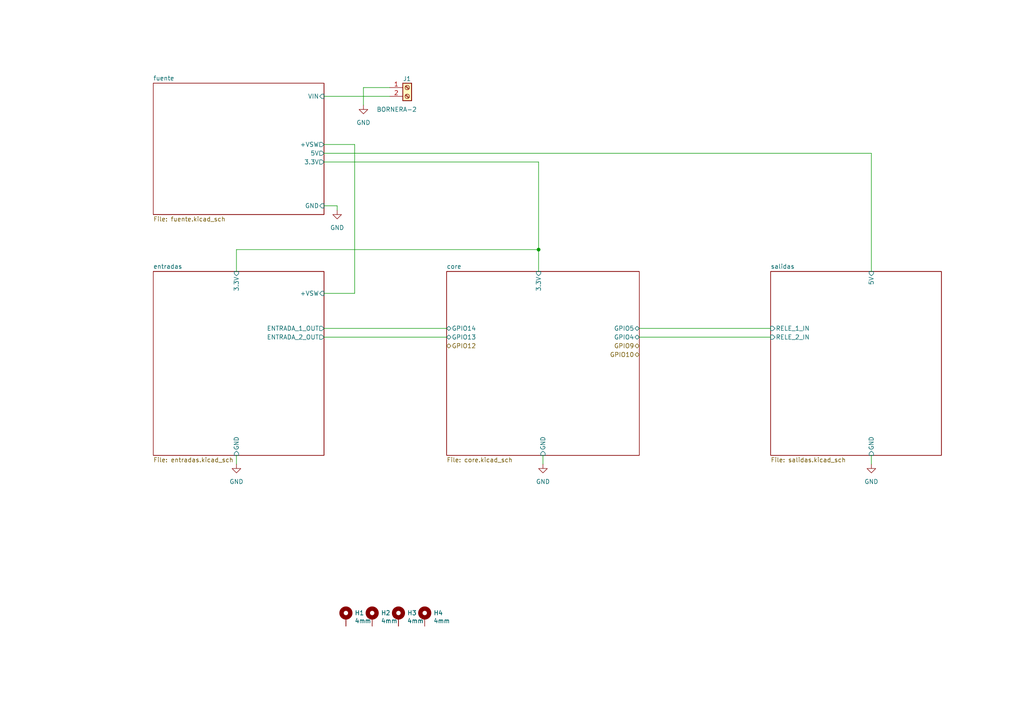
<source format=kicad_sch>
(kicad_sch (version 20211123) (generator eeschema)
  (paper "A4")
  (lib_symbols
    (symbol "Connector:Screw_Terminal_01x02" (pin_names (offset 1.016) hide)
      (property "Reference" "J" (at 0 2.54 0))
      (property "Value" "Screw_Terminal_01x02" (at 0 -5.08 0))
      (symbol "Screw_Terminal_01x02_1_1"
        (rectangle (start -1.27 1.27) (end 1.27 -3.81) (stroke (width 0.254)) (fill (type background)))
        (circle (center 0 -2.54) (radius 0.635) (stroke (width 0.1524)))
        (polyline (pts (xy -0.5334 -2.2098) (xy 0.3302 -3.048)) (stroke (width 0.1524)))
        (polyline (pts (xy -0.5334 0.3302) (xy 0.3302 -0.508)) (stroke (width 0.1524)))
        (polyline (pts (xy -0.3556 -2.032) (xy 0.508 -2.8702)) (stroke (width 0.1524)))
        (polyline (pts (xy -0.3556 0.508) (xy 0.508 -0.3302)) (stroke (width 0.1524)))
        (circle (center 0 0) (radius 0.635) (stroke (width 0.1524)))
        (pin passive line (at -5.08 0 0) (length 3.81) (name "Pin_1") (number "1"))
        (pin passive line (at -5.08 -2.54 0) (length 3.81) (name "Pin_2") (number "2"))
      )
    )
    (symbol "Mechanical:MountingHole_Pad" (pin_numbers hide) (pin_names (offset 1.016) hide)
      (property "Reference" "H" (at 0 6.35 0))
      (property "Value" "MountingHole_Pad" (at 0 4.445 0))
      (symbol "MountingHole_Pad_0_1"
        (circle (center 0 1.27) (radius 1.27) (stroke (width 1.27)))
      )
      (symbol "MountingHole_Pad_1_1"
        (pin input line (at 0 -2.54 90) (length 2.54) (name "1") (number "1"))
      )
    )
    (symbol "power:GND" (power) (pin_names (offset 0))
      (property "Value" "GND" (at 0 -3.81 0))
      (symbol "GND_0_1"
        (polyline (pts (xy 0 0) (xy 0 -1.27) (xy 1.27 -1.27) (xy 0 -2.54) (xy -1.27 -1.27) (xy 0 -1.27)))
      )
      (symbol "GND_1_1"
        (pin power_in line (at 0 0 270) (length 0) hide (name "GND") (number "1"))
      )
    )
  )
  (junction (at 156.21 72.39))
  (wire (pts (xy 156.21 46.99) (xy 156.21 72.39)))
  (wire (pts (xy 157.48 132.08) (xy 157.48 134.62)))
  (wire (pts (xy 93.98 97.79) (xy 129.54 97.79)))
  (wire (pts (xy 252.73 44.45) (xy 252.73 78.74)))
  (wire (pts (xy 93.98 27.94) (xy 113.03 27.94)))
  (wire (pts (xy 102.87 85.09) (xy 102.87 41.91)))
  (wire (pts (xy 185.42 97.79) (xy 223.52 97.79)))
  (wire (pts (xy 93.98 44.45) (xy 252.73 44.45)))
  (wire (pts (xy 105.41 25.4) (xy 113.03 25.4)))
  (wire (pts (xy 252.73 132.08) (xy 252.73 134.62)))
  (wire (pts (xy 93.98 85.09) (xy 102.87 85.09)))
  (wire (pts (xy 68.58 132.08) (xy 68.58 134.62)))
  (wire (pts (xy 185.42 95.25) (xy 223.52 95.25)))
  (wire (pts (xy 156.21 72.39) (xy 156.21 78.74)))
  (wire (pts (xy 97.79 59.69) (xy 93.98 59.69)))
  (wire (pts (xy 68.58 78.74) (xy 68.58 72.39)))
  (wire (pts (xy 105.41 30.48) (xy 105.41 25.4)))
  (wire (pts (xy 102.87 41.91) (xy 93.98 41.91)))
  (wire (pts (xy 93.98 95.25) (xy 129.54 95.25)))
  (wire (pts (xy 93.98 46.99) (xy 156.21 46.99)))
  (wire (pts (xy 68.58 72.39) (xy 156.21 72.39)))
  (wire (pts (xy 97.79 60.96) (xy 97.79 59.69)))
  (hierarchical_label "GPIO12" (shape bidirectional) (at 129.54 100.33 0))
  (hierarchical_label "GPIO10" (shape bidirectional) (at 185.42 102.87 180))
  (hierarchical_label "GPIO9" (shape bidirectional) (at 185.42 100.33 180))
  (symbol (lib_id "power:GND") (at 252.73 134.62 0) (unit 1)
    (property "Reference" "#PWR05" (effects hide))
    (property "Value" "GND" (at 252.73 139.7 0))
  )
  (symbol (lib_id "Mechanical:MountingHole_Pad") (at 100.33 179.07 0) (unit 1)
    (property "Reference" "H1" (at 102.87 177.7746 0) (effects (justify left)))
    (property "Value" "4mm" (at 102.87 180.086 0) (effects (justify left)))
    (property "Footprint" "MountingHole:MountingHole_4mm_Pad" (effects hide))
  )
  (symbol (lib_id "power:GND") (at 97.79 60.96 0) (unit 1)
    (property "Reference" "#PWR02" (effects hide))
    (property "Value" "GND" (at 97.79 66.04 0))
  )
  (symbol (lib_id "Mechanical:MountingHole_Pad") (at 123.19 179.07 0) (unit 1)
    (property "Reference" "H4" (at 125.73 177.7746 0) (effects (justify left)))
    (property "Value" "4mm" (at 125.73 180.086 0) (effects (justify left)))
    (property "Footprint" "MountingHole:MountingHole_4mm_Pad" (effects hide))
  )
  (symbol (lib_id "Mechanical:MountingHole_Pad") (at 107.95 179.07 0) (unit 1)
    (property "Reference" "H2" (at 110.49 177.7746 0) (effects (justify left)))
    (property "Value" "4mm" (at 110.49 180.086 0) (effects (justify left)))
    (property "Footprint" "MountingHole:MountingHole_4mm_Pad" (effects hide))
  )
  (symbol (lib_id "power:GND") (at 68.58 134.62 0) (unit 1)
    (property "Reference" "#PWR03" (effects hide))
    (property "Value" "GND" (at 68.58 139.7 0))
  )
  (symbol (lib_id "power:GND") (at 157.48 134.62 0) (unit 1)
    (property "Reference" "#PWR04" (effects hide))
    (property "Value" "GND" (at 157.48 139.7 0))
  )
  (symbol (lib_id "power:GND") (at 105.41 30.48 0) (unit 1)
    (property "Reference" "#PWR01" (effects hide))
    (property "Value" "GND" (at 105.41 35.56 0))
  )
  (symbol (lib_id "Mechanical:MountingHole_Pad") (at 115.57 179.07 0) (unit 1)
    (property "Reference" "H3" (at 118.11 177.7746 0) (effects (justify left)))
    (property "Value" "4mm" (at 118.11 180.086 0) (effects (justify left)))
    (property "Footprint" "MountingHole:MountingHole_4mm_Pad" (effects hide))
  )
  (symbol (lib_id "Connector:Screw_Terminal_01x02") (at 118.11 25.4 0) (unit 1)
    (property "Reference" "J1" (at 116.84 22.86 0) (effects (justify left)))
    (property "Value" "BORNERA-2" (at 109.22 31.75 0) (effects (justify left)))
    (property "Footprint" "TerminalBlock_Phoenix:TerminalBlock_Phoenix_MKDS-1,5-2-5.08_1x02_P5.08mm_Horizontal" (effects hide))
  )
  (sheet (at 223.52 78.74) (size 49.53 53.34) (stroke (width 0.1524))
    (property "Sheet name" "salidas" (at 223.52 78.0284 0) (effects (justify left bottom)))
    (property "Sheet file" "salidas.kicad_sch" (at 223.52 132.6646 0) (effects (justify left top)))
    (pin "5V" input (at 252.73 78.74 90))
    (pin "GND" input (at 252.73 132.08 270))
    (pin "RELE_1_IN" input (at 223.52 95.25 180))
    (pin "RELE_2_IN" input (at 223.52 97.79 180))
  )
  (sheet (at 129.54 78.74) (size 55.88 53.34) (stroke (width 0.1524))
    (property "Sheet name" "core" (at 129.54 78.0284 0) (effects (justify left bottom)))
    (property "Sheet file" "core.kicad_sch" (at 129.54 132.6646 0) (effects (justify left top)))
    (pin "3.3V" input (at 156.21 78.74 90))
    (pin "GND" input (at 157.48 132.08 270))
    (pin "GPIO14" bidirectional (at 129.54 95.25 180))
    (pin "GPIO13" bidirectional (at 129.54 97.79 180))
    (pin "GPIO4" bidirectional (at 185.42 97.79 0))
    (pin "GPIO5" bidirectional (at 185.42 95.25 0))
  )
  (sheet (at 44.45 78.74) (size 49.53 53.34) (stroke (width 0.1524))
    (property "Sheet name" "entradas" (at 44.45 78.0284 0) (effects (justify left bottom)))
    (property "Sheet file" "entradas.kicad_sch" (at 44.45 132.6646 0) (effects (justify left top)))
    (pin "ENTRADA_1_OUT" output (at 93.98 95.25 0))
    (pin "ENTRADA_2_OUT" output (at 93.98 97.79 0))
    (pin "3.3V" input (at 68.58 78.74 90))
    (pin "GND" input (at 68.58 132.08 270))
    (pin "+VSW" input (at 93.98 85.09 0))
  )
  (sheet (at 44.45 24.13) (size 49.53 38.1) (stroke (width 0.1524))
    (property "Sheet name" "fuente" (at 44.45 23.4184 0) (effects (justify left bottom)))
    (property "Sheet file" "fuente.kicad_sch" (at 44.45 62.8146 0) (effects (justify left top)))
    (pin "VIN" input (at 93.98 27.94 0))
    (pin "5V" output (at 93.98 44.45 0))
    (pin "3.3V" output (at 93.98 46.99 0))
    (pin "GND" input (at 93.98 59.69 0))
    (pin "+VSW" output (at 93.98 41.91 0))
  )
)
</source>
